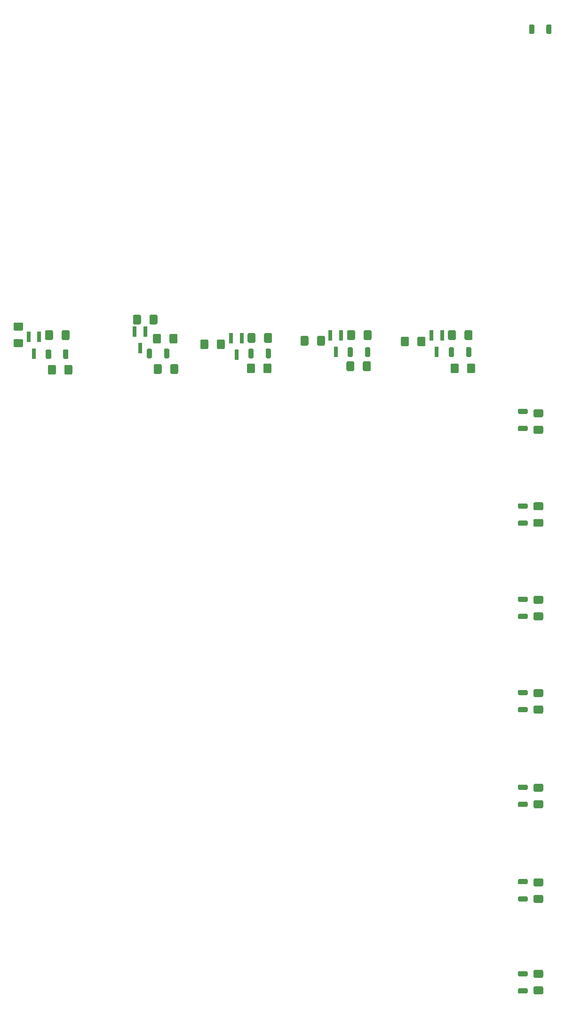
<source format=gbp>
G04 #@! TF.GenerationSoftware,KiCad,Pcbnew,(5.1.6)-1*
G04 #@! TF.CreationDate,2020-08-25T11:11:56+02:00*
G04 #@! TF.ProjectId,projet,70726f6a-6574-42e6-9b69-6361645f7063,rev?*
G04 #@! TF.SameCoordinates,Original*
G04 #@! TF.FileFunction,Paste,Bot*
G04 #@! TF.FilePolarity,Positive*
%FSLAX46Y46*%
G04 Gerber Fmt 4.6, Leading zero omitted, Abs format (unit mm)*
G04 Created by KiCad (PCBNEW (5.1.6)-1) date 2020-08-25 11:11:56*
%MOMM*%
%LPD*%
G01*
G04 APERTURE LIST*
%ADD10R,0.800000X1.900000*%
G04 APERTURE END LIST*
G36*
G01*
X149258000Y-30657000D02*
X149258000Y-29287000D01*
G75*
G02*
X149448000Y-29097000I190000J0D01*
G01*
X150018000Y-29097000D01*
G75*
G02*
X150208000Y-29287000I0J-190000D01*
G01*
X150208000Y-30657000D01*
G75*
G02*
X150018000Y-30847000I-190000J0D01*
G01*
X149448000Y-30847000D01*
G75*
G02*
X149258000Y-30657000I0J190000D01*
G01*
G37*
G36*
G01*
X146158000Y-30657000D02*
X146158000Y-29287000D01*
G75*
G02*
X146348000Y-29097000I190000J0D01*
G01*
X146918000Y-29097000D01*
G75*
G02*
X147108000Y-29287000I0J-190000D01*
G01*
X147108000Y-30657000D01*
G75*
G02*
X146918000Y-30847000I-190000J0D01*
G01*
X146348000Y-30847000D01*
G75*
G02*
X146158000Y-30657000I0J190000D01*
G01*
G37*
G36*
G01*
X98347500Y-91557000D02*
X98347500Y-90307000D01*
G75*
G02*
X98597500Y-90057000I250000J0D01*
G01*
X99522500Y-90057000D01*
G75*
G02*
X99772500Y-90307000I0J-250000D01*
G01*
X99772500Y-91557000D01*
G75*
G02*
X99522500Y-91807000I-250000J0D01*
G01*
X98597500Y-91807000D01*
G75*
G02*
X98347500Y-91557000I0J250000D01*
G01*
G37*
G36*
G01*
X95372500Y-91557000D02*
X95372500Y-90307000D01*
G75*
G02*
X95622500Y-90057000I250000J0D01*
G01*
X96547500Y-90057000D01*
G75*
G02*
X96797500Y-90307000I0J-250000D01*
G01*
X96797500Y-91557000D01*
G75*
G02*
X96547500Y-91807000I-250000J0D01*
G01*
X95622500Y-91807000D01*
G75*
G02*
X95372500Y-91557000I0J250000D01*
G01*
G37*
G36*
G01*
X89977500Y-87233000D02*
X89977500Y-85983000D01*
G75*
G02*
X90227500Y-85733000I250000J0D01*
G01*
X91152500Y-85733000D01*
G75*
G02*
X91402500Y-85983000I0J-250000D01*
G01*
X91402500Y-87233000D01*
G75*
G02*
X91152500Y-87483000I-250000J0D01*
G01*
X90227500Y-87483000D01*
G75*
G02*
X89977500Y-87233000I0J250000D01*
G01*
G37*
G36*
G01*
X87002500Y-87233000D02*
X87002500Y-85983000D01*
G75*
G02*
X87252500Y-85733000I250000J0D01*
G01*
X88177500Y-85733000D01*
G75*
G02*
X88427500Y-85983000I0J-250000D01*
G01*
X88427500Y-87233000D01*
G75*
G02*
X88177500Y-87483000I-250000J0D01*
G01*
X87252500Y-87483000D01*
G75*
G02*
X87002500Y-87233000I0J250000D01*
G01*
G37*
G36*
G01*
X135014000Y-91557000D02*
X135014000Y-90307000D01*
G75*
G02*
X135264000Y-90057000I250000J0D01*
G01*
X136189000Y-90057000D01*
G75*
G02*
X136439000Y-90307000I0J-250000D01*
G01*
X136439000Y-91557000D01*
G75*
G02*
X136189000Y-91807000I-250000J0D01*
G01*
X135264000Y-91807000D01*
G75*
G02*
X135014000Y-91557000I0J250000D01*
G01*
G37*
G36*
G01*
X132039000Y-91557000D02*
X132039000Y-90307000D01*
G75*
G02*
X132289000Y-90057000I250000J0D01*
G01*
X133214000Y-90057000D01*
G75*
G02*
X133464000Y-90307000I0J-250000D01*
G01*
X133464000Y-91557000D01*
G75*
G02*
X133214000Y-91807000I-250000J0D01*
G01*
X132289000Y-91807000D01*
G75*
G02*
X132039000Y-91557000I0J250000D01*
G01*
G37*
G36*
G01*
X126065000Y-86725000D02*
X126065000Y-85475000D01*
G75*
G02*
X126315000Y-85225000I250000J0D01*
G01*
X127240000Y-85225000D01*
G75*
G02*
X127490000Y-85475000I0J-250000D01*
G01*
X127490000Y-86725000D01*
G75*
G02*
X127240000Y-86975000I-250000J0D01*
G01*
X126315000Y-86975000D01*
G75*
G02*
X126065000Y-86725000I0J250000D01*
G01*
G37*
G36*
G01*
X123090000Y-86725000D02*
X123090000Y-85475000D01*
G75*
G02*
X123340000Y-85225000I250000J0D01*
G01*
X124265000Y-85225000D01*
G75*
G02*
X124515000Y-85475000I0J-250000D01*
G01*
X124515000Y-86725000D01*
G75*
G02*
X124265000Y-86975000I-250000J0D01*
G01*
X123340000Y-86975000D01*
G75*
G02*
X123090000Y-86725000I0J250000D01*
G01*
G37*
G36*
G01*
X81583500Y-91684000D02*
X81583500Y-90434000D01*
G75*
G02*
X81833500Y-90184000I250000J0D01*
G01*
X82758500Y-90184000D01*
G75*
G02*
X83008500Y-90434000I0J-250000D01*
G01*
X83008500Y-91684000D01*
G75*
G02*
X82758500Y-91934000I-250000J0D01*
G01*
X81833500Y-91934000D01*
G75*
G02*
X81583500Y-91684000I0J250000D01*
G01*
G37*
G36*
G01*
X78608500Y-91684000D02*
X78608500Y-90434000D01*
G75*
G02*
X78858500Y-90184000I250000J0D01*
G01*
X79783500Y-90184000D01*
G75*
G02*
X80033500Y-90434000I0J-250000D01*
G01*
X80033500Y-91684000D01*
G75*
G02*
X79783500Y-91934000I-250000J0D01*
G01*
X78858500Y-91934000D01*
G75*
G02*
X78608500Y-91684000I0J250000D01*
G01*
G37*
G36*
G01*
X76297500Y-81544000D02*
X76297500Y-82794000D01*
G75*
G02*
X76047500Y-83044000I-250000J0D01*
G01*
X75122500Y-83044000D01*
G75*
G02*
X74872500Y-82794000I0J250000D01*
G01*
X74872500Y-81544000D01*
G75*
G02*
X75122500Y-81294000I250000J0D01*
G01*
X76047500Y-81294000D01*
G75*
G02*
X76297500Y-81544000I0J-250000D01*
G01*
G37*
G36*
G01*
X79272500Y-81544000D02*
X79272500Y-82794000D01*
G75*
G02*
X79022500Y-83044000I-250000J0D01*
G01*
X78097500Y-83044000D01*
G75*
G02*
X77847500Y-82794000I0J250000D01*
G01*
X77847500Y-81544000D01*
G75*
G02*
X78097500Y-81294000I250000J0D01*
G01*
X79022500Y-81294000D01*
G75*
G02*
X79272500Y-81544000I0J-250000D01*
G01*
G37*
G36*
G01*
X116254500Y-91176000D02*
X116254500Y-89926000D01*
G75*
G02*
X116504500Y-89676000I250000J0D01*
G01*
X117429500Y-89676000D01*
G75*
G02*
X117679500Y-89926000I0J-250000D01*
G01*
X117679500Y-91176000D01*
G75*
G02*
X117429500Y-91426000I-250000J0D01*
G01*
X116504500Y-91426000D01*
G75*
G02*
X116254500Y-91176000I0J250000D01*
G01*
G37*
G36*
G01*
X113279500Y-91176000D02*
X113279500Y-89926000D01*
G75*
G02*
X113529500Y-89676000I250000J0D01*
G01*
X114454500Y-89676000D01*
G75*
G02*
X114704500Y-89926000I0J-250000D01*
G01*
X114704500Y-91176000D01*
G75*
G02*
X114454500Y-91426000I-250000J0D01*
G01*
X113529500Y-91426000D01*
G75*
G02*
X113279500Y-91176000I0J250000D01*
G01*
G37*
G36*
G01*
X107999500Y-86604000D02*
X107999500Y-85354000D01*
G75*
G02*
X108249500Y-85104000I250000J0D01*
G01*
X109174500Y-85104000D01*
G75*
G02*
X109424500Y-85354000I0J-250000D01*
G01*
X109424500Y-86604000D01*
G75*
G02*
X109174500Y-86854000I-250000J0D01*
G01*
X108249500Y-86854000D01*
G75*
G02*
X107999500Y-86604000I0J250000D01*
G01*
G37*
G36*
G01*
X105024500Y-86604000D02*
X105024500Y-85354000D01*
G75*
G02*
X105274500Y-85104000I250000J0D01*
G01*
X106199500Y-85104000D01*
G75*
G02*
X106449500Y-85354000I0J-250000D01*
G01*
X106449500Y-86604000D01*
G75*
G02*
X106199500Y-86854000I-250000J0D01*
G01*
X105274500Y-86854000D01*
G75*
G02*
X105024500Y-86604000I0J250000D01*
G01*
G37*
G36*
G01*
X62533500Y-91811000D02*
X62533500Y-90561000D01*
G75*
G02*
X62783500Y-90311000I250000J0D01*
G01*
X63708500Y-90311000D01*
G75*
G02*
X63958500Y-90561000I0J-250000D01*
G01*
X63958500Y-91811000D01*
G75*
G02*
X63708500Y-92061000I-250000J0D01*
G01*
X62783500Y-92061000D01*
G75*
G02*
X62533500Y-91811000I0J250000D01*
G01*
G37*
G36*
G01*
X59558500Y-91811000D02*
X59558500Y-90561000D01*
G75*
G02*
X59808500Y-90311000I250000J0D01*
G01*
X60733500Y-90311000D01*
G75*
G02*
X60983500Y-90561000I0J-250000D01*
G01*
X60983500Y-91811000D01*
G75*
G02*
X60733500Y-92061000I-250000J0D01*
G01*
X59808500Y-92061000D01*
G75*
G02*
X59558500Y-91811000I0J250000D01*
G01*
G37*
G36*
G01*
X53611000Y-85687500D02*
X54861000Y-85687500D01*
G75*
G02*
X55111000Y-85937500I0J-250000D01*
G01*
X55111000Y-86862500D01*
G75*
G02*
X54861000Y-87112500I-250000J0D01*
G01*
X53611000Y-87112500D01*
G75*
G02*
X53361000Y-86862500I0J250000D01*
G01*
X53361000Y-85937500D01*
G75*
G02*
X53611000Y-85687500I250000J0D01*
G01*
G37*
G36*
G01*
X53611000Y-82712500D02*
X54861000Y-82712500D01*
G75*
G02*
X55111000Y-82962500I0J-250000D01*
G01*
X55111000Y-83887500D01*
G75*
G02*
X54861000Y-84137500I-250000J0D01*
G01*
X53611000Y-84137500D01*
G75*
G02*
X53361000Y-83887500I0J250000D01*
G01*
X53361000Y-82962500D01*
G75*
G02*
X53611000Y-82712500I250000J0D01*
G01*
G37*
D10*
X129540000Y-88000000D03*
X130490000Y-85000000D03*
X128590000Y-85000000D03*
X111359000Y-88000000D03*
X112309000Y-85000000D03*
X110409000Y-85000000D03*
X93490000Y-88508000D03*
X94440000Y-85508000D03*
X92540000Y-85508000D03*
X76139000Y-87328000D03*
X77089000Y-84328000D03*
X75189000Y-84328000D03*
X57036000Y-88300000D03*
X57986000Y-85300000D03*
X56086000Y-85300000D03*
G36*
G01*
X148453000Y-200483500D02*
X147203000Y-200483500D01*
G75*
G02*
X146953000Y-200233500I0J250000D01*
G01*
X146953000Y-199308500D01*
G75*
G02*
X147203000Y-199058500I250000J0D01*
G01*
X148453000Y-199058500D01*
G75*
G02*
X148703000Y-199308500I0J-250000D01*
G01*
X148703000Y-200233500D01*
G75*
G02*
X148453000Y-200483500I-250000J0D01*
G01*
G37*
G36*
G01*
X148453000Y-203458500D02*
X147203000Y-203458500D01*
G75*
G02*
X146953000Y-203208500I0J250000D01*
G01*
X146953000Y-202283500D01*
G75*
G02*
X147203000Y-202033500I250000J0D01*
G01*
X148453000Y-202033500D01*
G75*
G02*
X148703000Y-202283500I0J-250000D01*
G01*
X148703000Y-203208500D01*
G75*
G02*
X148453000Y-203458500I-250000J0D01*
G01*
G37*
G36*
G01*
X148453000Y-184046500D02*
X147203000Y-184046500D01*
G75*
G02*
X146953000Y-183796500I0J250000D01*
G01*
X146953000Y-182871500D01*
G75*
G02*
X147203000Y-182621500I250000J0D01*
G01*
X148453000Y-182621500D01*
G75*
G02*
X148703000Y-182871500I0J-250000D01*
G01*
X148703000Y-183796500D01*
G75*
G02*
X148453000Y-184046500I-250000J0D01*
G01*
G37*
G36*
G01*
X148453000Y-187021500D02*
X147203000Y-187021500D01*
G75*
G02*
X146953000Y-186771500I0J250000D01*
G01*
X146953000Y-185846500D01*
G75*
G02*
X147203000Y-185596500I250000J0D01*
G01*
X148453000Y-185596500D01*
G75*
G02*
X148703000Y-185846500I0J-250000D01*
G01*
X148703000Y-186771500D01*
G75*
G02*
X148453000Y-187021500I-250000J0D01*
G01*
G37*
G36*
G01*
X148453000Y-167028500D02*
X147203000Y-167028500D01*
G75*
G02*
X146953000Y-166778500I0J250000D01*
G01*
X146953000Y-165853500D01*
G75*
G02*
X147203000Y-165603500I250000J0D01*
G01*
X148453000Y-165603500D01*
G75*
G02*
X148703000Y-165853500I0J-250000D01*
G01*
X148703000Y-166778500D01*
G75*
G02*
X148453000Y-167028500I-250000J0D01*
G01*
G37*
G36*
G01*
X148453000Y-170003500D02*
X147203000Y-170003500D01*
G75*
G02*
X146953000Y-169753500I0J250000D01*
G01*
X146953000Y-168828500D01*
G75*
G02*
X147203000Y-168578500I250000J0D01*
G01*
X148453000Y-168578500D01*
G75*
G02*
X148703000Y-168828500I0J-250000D01*
G01*
X148703000Y-169753500D01*
G75*
G02*
X148453000Y-170003500I-250000J0D01*
G01*
G37*
G36*
G01*
X148453000Y-150010500D02*
X147203000Y-150010500D01*
G75*
G02*
X146953000Y-149760500I0J250000D01*
G01*
X146953000Y-148835500D01*
G75*
G02*
X147203000Y-148585500I250000J0D01*
G01*
X148453000Y-148585500D01*
G75*
G02*
X148703000Y-148835500I0J-250000D01*
G01*
X148703000Y-149760500D01*
G75*
G02*
X148453000Y-150010500I-250000J0D01*
G01*
G37*
G36*
G01*
X148453000Y-152985500D02*
X147203000Y-152985500D01*
G75*
G02*
X146953000Y-152735500I0J250000D01*
G01*
X146953000Y-151810500D01*
G75*
G02*
X147203000Y-151560500I250000J0D01*
G01*
X148453000Y-151560500D01*
G75*
G02*
X148703000Y-151810500I0J-250000D01*
G01*
X148703000Y-152735500D01*
G75*
G02*
X148453000Y-152985500I-250000J0D01*
G01*
G37*
G36*
G01*
X148453000Y-133246500D02*
X147203000Y-133246500D01*
G75*
G02*
X146953000Y-132996500I0J250000D01*
G01*
X146953000Y-132071500D01*
G75*
G02*
X147203000Y-131821500I250000J0D01*
G01*
X148453000Y-131821500D01*
G75*
G02*
X148703000Y-132071500I0J-250000D01*
G01*
X148703000Y-132996500D01*
G75*
G02*
X148453000Y-133246500I-250000J0D01*
G01*
G37*
G36*
G01*
X148453000Y-136221500D02*
X147203000Y-136221500D01*
G75*
G02*
X146953000Y-135971500I0J250000D01*
G01*
X146953000Y-135046500D01*
G75*
G02*
X147203000Y-134796500I250000J0D01*
G01*
X148453000Y-134796500D01*
G75*
G02*
X148703000Y-135046500I0J-250000D01*
G01*
X148703000Y-135971500D01*
G75*
G02*
X148453000Y-136221500I-250000J0D01*
G01*
G37*
G36*
G01*
X148453000Y-116446000D02*
X147203000Y-116446000D01*
G75*
G02*
X146953000Y-116196000I0J250000D01*
G01*
X146953000Y-115271000D01*
G75*
G02*
X147203000Y-115021000I250000J0D01*
G01*
X148453000Y-115021000D01*
G75*
G02*
X148703000Y-115271000I0J-250000D01*
G01*
X148703000Y-116196000D01*
G75*
G02*
X148453000Y-116446000I-250000J0D01*
G01*
G37*
G36*
G01*
X148453000Y-119421000D02*
X147203000Y-119421000D01*
G75*
G02*
X146953000Y-119171000I0J250000D01*
G01*
X146953000Y-118246000D01*
G75*
G02*
X147203000Y-117996000I250000J0D01*
G01*
X148453000Y-117996000D01*
G75*
G02*
X148703000Y-118246000I0J-250000D01*
G01*
X148703000Y-119171000D01*
G75*
G02*
X148453000Y-119421000I-250000J0D01*
G01*
G37*
G36*
G01*
X148453000Y-99718500D02*
X147203000Y-99718500D01*
G75*
G02*
X146953000Y-99468500I0J250000D01*
G01*
X146953000Y-98543500D01*
G75*
G02*
X147203000Y-98293500I250000J0D01*
G01*
X148453000Y-98293500D01*
G75*
G02*
X148703000Y-98543500I0J-250000D01*
G01*
X148703000Y-99468500D01*
G75*
G02*
X148453000Y-99718500I-250000J0D01*
G01*
G37*
G36*
G01*
X148453000Y-102693500D02*
X147203000Y-102693500D01*
G75*
G02*
X146953000Y-102443500I0J250000D01*
G01*
X146953000Y-101518500D01*
G75*
G02*
X147203000Y-101268500I250000J0D01*
G01*
X148453000Y-101268500D01*
G75*
G02*
X148703000Y-101518500I0J-250000D01*
G01*
X148703000Y-102443500D01*
G75*
G02*
X148453000Y-102693500I-250000J0D01*
G01*
G37*
G36*
G01*
X132992500Y-84338000D02*
X132992500Y-85588000D01*
G75*
G02*
X132742500Y-85838000I-250000J0D01*
G01*
X131817500Y-85838000D01*
G75*
G02*
X131567500Y-85588000I0J250000D01*
G01*
X131567500Y-84338000D01*
G75*
G02*
X131817500Y-84088000I250000J0D01*
G01*
X132742500Y-84088000D01*
G75*
G02*
X132992500Y-84338000I0J-250000D01*
G01*
G37*
G36*
G01*
X135967500Y-84338000D02*
X135967500Y-85588000D01*
G75*
G02*
X135717500Y-85838000I-250000J0D01*
G01*
X134792500Y-85838000D01*
G75*
G02*
X134542500Y-85588000I0J250000D01*
G01*
X134542500Y-84338000D01*
G75*
G02*
X134792500Y-84088000I250000J0D01*
G01*
X135717500Y-84088000D01*
G75*
G02*
X135967500Y-84338000I0J-250000D01*
G01*
G37*
G36*
G01*
X114831500Y-84338000D02*
X114831500Y-85588000D01*
G75*
G02*
X114581500Y-85838000I-250000J0D01*
G01*
X113656500Y-85838000D01*
G75*
G02*
X113406500Y-85588000I0J250000D01*
G01*
X113406500Y-84338000D01*
G75*
G02*
X113656500Y-84088000I250000J0D01*
G01*
X114581500Y-84088000D01*
G75*
G02*
X114831500Y-84338000I0J-250000D01*
G01*
G37*
G36*
G01*
X117806500Y-84338000D02*
X117806500Y-85588000D01*
G75*
G02*
X117556500Y-85838000I-250000J0D01*
G01*
X116631500Y-85838000D01*
G75*
G02*
X116381500Y-85588000I0J250000D01*
G01*
X116381500Y-84338000D01*
G75*
G02*
X116631500Y-84088000I250000J0D01*
G01*
X117556500Y-84088000D01*
G75*
G02*
X117806500Y-84338000I0J-250000D01*
G01*
G37*
G36*
G01*
X96924500Y-84846000D02*
X96924500Y-86096000D01*
G75*
G02*
X96674500Y-86346000I-250000J0D01*
G01*
X95749500Y-86346000D01*
G75*
G02*
X95499500Y-86096000I0J250000D01*
G01*
X95499500Y-84846000D01*
G75*
G02*
X95749500Y-84596000I250000J0D01*
G01*
X96674500Y-84596000D01*
G75*
G02*
X96924500Y-84846000I0J-250000D01*
G01*
G37*
G36*
G01*
X99899500Y-84846000D02*
X99899500Y-86096000D01*
G75*
G02*
X99649500Y-86346000I-250000J0D01*
G01*
X98724500Y-86346000D01*
G75*
G02*
X98474500Y-86096000I0J250000D01*
G01*
X98474500Y-84846000D01*
G75*
G02*
X98724500Y-84596000I250000J0D01*
G01*
X99649500Y-84596000D01*
G75*
G02*
X99899500Y-84846000I0J-250000D01*
G01*
G37*
G36*
G01*
X79906500Y-84973000D02*
X79906500Y-86223000D01*
G75*
G02*
X79656500Y-86473000I-250000J0D01*
G01*
X78731500Y-86473000D01*
G75*
G02*
X78481500Y-86223000I0J250000D01*
G01*
X78481500Y-84973000D01*
G75*
G02*
X78731500Y-84723000I250000J0D01*
G01*
X79656500Y-84723000D01*
G75*
G02*
X79906500Y-84973000I0J-250000D01*
G01*
G37*
G36*
G01*
X82881500Y-84973000D02*
X82881500Y-86223000D01*
G75*
G02*
X82631500Y-86473000I-250000J0D01*
G01*
X81706500Y-86473000D01*
G75*
G02*
X81456500Y-86223000I0J250000D01*
G01*
X81456500Y-84973000D01*
G75*
G02*
X81706500Y-84723000I250000J0D01*
G01*
X82631500Y-84723000D01*
G75*
G02*
X82881500Y-84973000I0J-250000D01*
G01*
G37*
G36*
G01*
X60475500Y-84338000D02*
X60475500Y-85588000D01*
G75*
G02*
X60225500Y-85838000I-250000J0D01*
G01*
X59300500Y-85838000D01*
G75*
G02*
X59050500Y-85588000I0J250000D01*
G01*
X59050500Y-84338000D01*
G75*
G02*
X59300500Y-84088000I250000J0D01*
G01*
X60225500Y-84088000D01*
G75*
G02*
X60475500Y-84338000I0J-250000D01*
G01*
G37*
G36*
G01*
X63450500Y-84338000D02*
X63450500Y-85588000D01*
G75*
G02*
X63200500Y-85838000I-250000J0D01*
G01*
X62275500Y-85838000D01*
G75*
G02*
X62025500Y-85588000I0J250000D01*
G01*
X62025500Y-84338000D01*
G75*
G02*
X62275500Y-84088000I250000J0D01*
G01*
X63200500Y-84088000D01*
G75*
G02*
X63450500Y-84338000I0J-250000D01*
G01*
G37*
G36*
G01*
X145719000Y-200220000D02*
X144349000Y-200220000D01*
G75*
G02*
X144159000Y-200030000I0J190000D01*
G01*
X144159000Y-199460000D01*
G75*
G02*
X144349000Y-199270000I190000J0D01*
G01*
X145719000Y-199270000D01*
G75*
G02*
X145909000Y-199460000I0J-190000D01*
G01*
X145909000Y-200030000D01*
G75*
G02*
X145719000Y-200220000I-190000J0D01*
G01*
G37*
G36*
G01*
X145719000Y-203320000D02*
X144349000Y-203320000D01*
G75*
G02*
X144159000Y-203130000I0J190000D01*
G01*
X144159000Y-202560000D01*
G75*
G02*
X144349000Y-202370000I190000J0D01*
G01*
X145719000Y-202370000D01*
G75*
G02*
X145909000Y-202560000I0J-190000D01*
G01*
X145909000Y-203130000D01*
G75*
G02*
X145719000Y-203320000I-190000J0D01*
G01*
G37*
G36*
G01*
X145719000Y-183684000D02*
X144349000Y-183684000D01*
G75*
G02*
X144159000Y-183494000I0J190000D01*
G01*
X144159000Y-182924000D01*
G75*
G02*
X144349000Y-182734000I190000J0D01*
G01*
X145719000Y-182734000D01*
G75*
G02*
X145909000Y-182924000I0J-190000D01*
G01*
X145909000Y-183494000D01*
G75*
G02*
X145719000Y-183684000I-190000J0D01*
G01*
G37*
G36*
G01*
X145719000Y-186784000D02*
X144349000Y-186784000D01*
G75*
G02*
X144159000Y-186594000I0J190000D01*
G01*
X144159000Y-186024000D01*
G75*
G02*
X144349000Y-185834000I190000J0D01*
G01*
X145719000Y-185834000D01*
G75*
G02*
X145909000Y-186024000I0J-190000D01*
G01*
X145909000Y-186594000D01*
G75*
G02*
X145719000Y-186784000I-190000J0D01*
G01*
G37*
G36*
G01*
X145719000Y-166692000D02*
X144349000Y-166692000D01*
G75*
G02*
X144159000Y-166502000I0J190000D01*
G01*
X144159000Y-165932000D01*
G75*
G02*
X144349000Y-165742000I190000J0D01*
G01*
X145719000Y-165742000D01*
G75*
G02*
X145909000Y-165932000I0J-190000D01*
G01*
X145909000Y-166502000D01*
G75*
G02*
X145719000Y-166692000I-190000J0D01*
G01*
G37*
G36*
G01*
X145719000Y-169792000D02*
X144349000Y-169792000D01*
G75*
G02*
X144159000Y-169602000I0J190000D01*
G01*
X144159000Y-169032000D01*
G75*
G02*
X144349000Y-168842000I190000J0D01*
G01*
X145719000Y-168842000D01*
G75*
G02*
X145909000Y-169032000I0J-190000D01*
G01*
X145909000Y-169602000D01*
G75*
G02*
X145719000Y-169792000I-190000J0D01*
G01*
G37*
G36*
G01*
X145719000Y-149674000D02*
X144349000Y-149674000D01*
G75*
G02*
X144159000Y-149484000I0J190000D01*
G01*
X144159000Y-148914000D01*
G75*
G02*
X144349000Y-148724000I190000J0D01*
G01*
X145719000Y-148724000D01*
G75*
G02*
X145909000Y-148914000I0J-190000D01*
G01*
X145909000Y-149484000D01*
G75*
G02*
X145719000Y-149674000I-190000J0D01*
G01*
G37*
G36*
G01*
X145719000Y-152774000D02*
X144349000Y-152774000D01*
G75*
G02*
X144159000Y-152584000I0J190000D01*
G01*
X144159000Y-152014000D01*
G75*
G02*
X144349000Y-151824000I190000J0D01*
G01*
X145719000Y-151824000D01*
G75*
G02*
X145909000Y-152014000I0J-190000D01*
G01*
X145909000Y-152584000D01*
G75*
G02*
X145719000Y-152774000I-190000J0D01*
G01*
G37*
G36*
G01*
X145719000Y-132910000D02*
X144349000Y-132910000D01*
G75*
G02*
X144159000Y-132720000I0J190000D01*
G01*
X144159000Y-132150000D01*
G75*
G02*
X144349000Y-131960000I190000J0D01*
G01*
X145719000Y-131960000D01*
G75*
G02*
X145909000Y-132150000I0J-190000D01*
G01*
X145909000Y-132720000D01*
G75*
G02*
X145719000Y-132910000I-190000J0D01*
G01*
G37*
G36*
G01*
X145719000Y-136010000D02*
X144349000Y-136010000D01*
G75*
G02*
X144159000Y-135820000I0J190000D01*
G01*
X144159000Y-135250000D01*
G75*
G02*
X144349000Y-135060000I190000J0D01*
G01*
X145719000Y-135060000D01*
G75*
G02*
X145909000Y-135250000I0J-190000D01*
G01*
X145909000Y-135820000D01*
G75*
G02*
X145719000Y-136010000I-190000J0D01*
G01*
G37*
G36*
G01*
X145719000Y-116146000D02*
X144349000Y-116146000D01*
G75*
G02*
X144159000Y-115956000I0J190000D01*
G01*
X144159000Y-115386000D01*
G75*
G02*
X144349000Y-115196000I190000J0D01*
G01*
X145719000Y-115196000D01*
G75*
G02*
X145909000Y-115386000I0J-190000D01*
G01*
X145909000Y-115956000D01*
G75*
G02*
X145719000Y-116146000I-190000J0D01*
G01*
G37*
G36*
G01*
X145719000Y-119246000D02*
X144349000Y-119246000D01*
G75*
G02*
X144159000Y-119056000I0J190000D01*
G01*
X144159000Y-118486000D01*
G75*
G02*
X144349000Y-118296000I190000J0D01*
G01*
X145719000Y-118296000D01*
G75*
G02*
X145909000Y-118486000I0J-190000D01*
G01*
X145909000Y-119056000D01*
G75*
G02*
X145719000Y-119246000I-190000J0D01*
G01*
G37*
G36*
G01*
X145719000Y-99128000D02*
X144349000Y-99128000D01*
G75*
G02*
X144159000Y-98938000I0J190000D01*
G01*
X144159000Y-98368000D01*
G75*
G02*
X144349000Y-98178000I190000J0D01*
G01*
X145719000Y-98178000D01*
G75*
G02*
X145909000Y-98368000I0J-190000D01*
G01*
X145909000Y-98938000D01*
G75*
G02*
X145719000Y-99128000I-190000J0D01*
G01*
G37*
G36*
G01*
X145719000Y-102228000D02*
X144349000Y-102228000D01*
G75*
G02*
X144159000Y-102038000I0J190000D01*
G01*
X144159000Y-101468000D01*
G75*
G02*
X144349000Y-101278000I190000J0D01*
G01*
X145719000Y-101278000D01*
G75*
G02*
X145909000Y-101468000I0J-190000D01*
G01*
X145909000Y-102038000D01*
G75*
G02*
X145719000Y-102228000I-190000J0D01*
G01*
G37*
G36*
G01*
X132656000Y-87326000D02*
X132656000Y-88696000D01*
G75*
G02*
X132466000Y-88886000I-190000J0D01*
G01*
X131896000Y-88886000D01*
G75*
G02*
X131706000Y-88696000I0J190000D01*
G01*
X131706000Y-87326000D01*
G75*
G02*
X131896000Y-87136000I190000J0D01*
G01*
X132466000Y-87136000D01*
G75*
G02*
X132656000Y-87326000I0J-190000D01*
G01*
G37*
G36*
G01*
X135756000Y-87326000D02*
X135756000Y-88696000D01*
G75*
G02*
X135566000Y-88886000I-190000J0D01*
G01*
X134996000Y-88886000D01*
G75*
G02*
X134806000Y-88696000I0J190000D01*
G01*
X134806000Y-87326000D01*
G75*
G02*
X134996000Y-87136000I190000J0D01*
G01*
X135566000Y-87136000D01*
G75*
G02*
X135756000Y-87326000I0J-190000D01*
G01*
G37*
G36*
G01*
X114469000Y-87326000D02*
X114469000Y-88696000D01*
G75*
G02*
X114279000Y-88886000I-190000J0D01*
G01*
X113709000Y-88886000D01*
G75*
G02*
X113519000Y-88696000I0J190000D01*
G01*
X113519000Y-87326000D01*
G75*
G02*
X113709000Y-87136000I190000J0D01*
G01*
X114279000Y-87136000D01*
G75*
G02*
X114469000Y-87326000I0J-190000D01*
G01*
G37*
G36*
G01*
X117569000Y-87326000D02*
X117569000Y-88696000D01*
G75*
G02*
X117379000Y-88886000I-190000J0D01*
G01*
X116809000Y-88886000D01*
G75*
G02*
X116619000Y-88696000I0J190000D01*
G01*
X116619000Y-87326000D01*
G75*
G02*
X116809000Y-87136000I190000J0D01*
G01*
X117379000Y-87136000D01*
G75*
G02*
X117569000Y-87326000I0J-190000D01*
G01*
G37*
G36*
G01*
X96588000Y-87580000D02*
X96588000Y-88950000D01*
G75*
G02*
X96398000Y-89140000I-190000J0D01*
G01*
X95828000Y-89140000D01*
G75*
G02*
X95638000Y-88950000I0J190000D01*
G01*
X95638000Y-87580000D01*
G75*
G02*
X95828000Y-87390000I190000J0D01*
G01*
X96398000Y-87390000D01*
G75*
G02*
X96588000Y-87580000I0J-190000D01*
G01*
G37*
G36*
G01*
X99688000Y-87580000D02*
X99688000Y-88950000D01*
G75*
G02*
X99498000Y-89140000I-190000J0D01*
G01*
X98928000Y-89140000D01*
G75*
G02*
X98738000Y-88950000I0J190000D01*
G01*
X98738000Y-87580000D01*
G75*
G02*
X98928000Y-87390000I190000J0D01*
G01*
X99498000Y-87390000D01*
G75*
G02*
X99688000Y-87580000I0J-190000D01*
G01*
G37*
G36*
G01*
X78300000Y-87580000D02*
X78300000Y-88950000D01*
G75*
G02*
X78110000Y-89140000I-190000J0D01*
G01*
X77540000Y-89140000D01*
G75*
G02*
X77350000Y-88950000I0J190000D01*
G01*
X77350000Y-87580000D01*
G75*
G02*
X77540000Y-87390000I190000J0D01*
G01*
X78110000Y-87390000D01*
G75*
G02*
X78300000Y-87580000I0J-190000D01*
G01*
G37*
G36*
G01*
X81400000Y-87580000D02*
X81400000Y-88950000D01*
G75*
G02*
X81210000Y-89140000I-190000J0D01*
G01*
X80640000Y-89140000D01*
G75*
G02*
X80450000Y-88950000I0J190000D01*
G01*
X80450000Y-87580000D01*
G75*
G02*
X80640000Y-87390000I190000J0D01*
G01*
X81210000Y-87390000D01*
G75*
G02*
X81400000Y-87580000I0J-190000D01*
G01*
G37*
G36*
G01*
X60139000Y-87707000D02*
X60139000Y-89077000D01*
G75*
G02*
X59949000Y-89267000I-190000J0D01*
G01*
X59379000Y-89267000D01*
G75*
G02*
X59189000Y-89077000I0J190000D01*
G01*
X59189000Y-87707000D01*
G75*
G02*
X59379000Y-87517000I190000J0D01*
G01*
X59949000Y-87517000D01*
G75*
G02*
X60139000Y-87707000I0J-190000D01*
G01*
G37*
G36*
G01*
X63239000Y-87707000D02*
X63239000Y-89077000D01*
G75*
G02*
X63049000Y-89267000I-190000J0D01*
G01*
X62479000Y-89267000D01*
G75*
G02*
X62289000Y-89077000I0J190000D01*
G01*
X62289000Y-87707000D01*
G75*
G02*
X62479000Y-87517000I190000J0D01*
G01*
X63049000Y-87517000D01*
G75*
G02*
X63239000Y-87707000I0J-190000D01*
G01*
G37*
M02*

</source>
